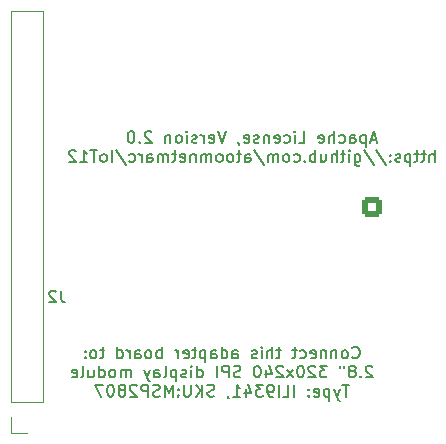
<source format=gbo>
G04 #@! TF.GenerationSoftware,KiCad,Pcbnew,7.0.2*
G04 #@! TF.CreationDate,2023-05-16T20:51:55+02:00*
G04 #@! TF.ProjectId,Display Adapter,44697370-6c61-4792-9041-646170746572,V1.0*
G04 #@! TF.SameCoordinates,Original*
G04 #@! TF.FileFunction,Legend,Bot*
G04 #@! TF.FilePolarity,Positive*
%FSLAX46Y46*%
G04 Gerber Fmt 4.6, Leading zero omitted, Abs format (unit mm)*
G04 Created by KiCad (PCBNEW 7.0.2) date 2023-05-16 20:51:55*
%MOMM*%
%LPD*%
G01*
G04 APERTURE LIST*
G04 Aperture macros list*
%AMRoundRect*
0 Rectangle with rounded corners*
0 $1 Rounding radius*
0 $2 $3 $4 $5 $6 $7 $8 $9 X,Y pos of 4 corners*
0 Add a 4 corners polygon primitive as box body*
4,1,4,$2,$3,$4,$5,$6,$7,$8,$9,$2,$3,0*
0 Add four circle primitives for the rounded corners*
1,1,$1+$1,$2,$3*
1,1,$1+$1,$4,$5*
1,1,$1+$1,$6,$7*
1,1,$1+$1,$8,$9*
0 Add four rect primitives between the rounded corners*
20,1,$1+$1,$2,$3,$4,$5,0*
20,1,$1+$1,$4,$5,$6,$7,0*
20,1,$1+$1,$6,$7,$8,$9,0*
20,1,$1+$1,$8,$9,$2,$3,0*%
G04 Aperture macros list end*
%ADD10C,0.150000*%
%ADD11C,0.120000*%
%ADD12RoundRect,0.250000X-0.600000X0.600000X-0.600000X-0.600000X0.600000X-0.600000X0.600000X0.600000X0*%
%ADD13C,1.700000*%
%ADD14R,1.700000X1.700000*%
%ADD15O,1.700000X1.700000*%
G04 APERTURE END LIST*
D10*
X159613811Y-114317380D02*
X159661430Y-114365000D01*
X159661430Y-114365000D02*
X159804287Y-114412619D01*
X159804287Y-114412619D02*
X159899525Y-114412619D01*
X159899525Y-114412619D02*
X160042382Y-114365000D01*
X160042382Y-114365000D02*
X160137620Y-114269761D01*
X160137620Y-114269761D02*
X160185239Y-114174523D01*
X160185239Y-114174523D02*
X160232858Y-113984047D01*
X160232858Y-113984047D02*
X160232858Y-113841190D01*
X160232858Y-113841190D02*
X160185239Y-113650714D01*
X160185239Y-113650714D02*
X160137620Y-113555476D01*
X160137620Y-113555476D02*
X160042382Y-113460238D01*
X160042382Y-113460238D02*
X159899525Y-113412619D01*
X159899525Y-113412619D02*
X159804287Y-113412619D01*
X159804287Y-113412619D02*
X159661430Y-113460238D01*
X159661430Y-113460238D02*
X159613811Y-113507857D01*
X159042382Y-114412619D02*
X159137620Y-114365000D01*
X159137620Y-114365000D02*
X159185239Y-114317380D01*
X159185239Y-114317380D02*
X159232858Y-114222142D01*
X159232858Y-114222142D02*
X159232858Y-113936428D01*
X159232858Y-113936428D02*
X159185239Y-113841190D01*
X159185239Y-113841190D02*
X159137620Y-113793571D01*
X159137620Y-113793571D02*
X159042382Y-113745952D01*
X159042382Y-113745952D02*
X158899525Y-113745952D01*
X158899525Y-113745952D02*
X158804287Y-113793571D01*
X158804287Y-113793571D02*
X158756668Y-113841190D01*
X158756668Y-113841190D02*
X158709049Y-113936428D01*
X158709049Y-113936428D02*
X158709049Y-114222142D01*
X158709049Y-114222142D02*
X158756668Y-114317380D01*
X158756668Y-114317380D02*
X158804287Y-114365000D01*
X158804287Y-114365000D02*
X158899525Y-114412619D01*
X158899525Y-114412619D02*
X159042382Y-114412619D01*
X158280477Y-113745952D02*
X158280477Y-114412619D01*
X158280477Y-113841190D02*
X158232858Y-113793571D01*
X158232858Y-113793571D02*
X158137620Y-113745952D01*
X158137620Y-113745952D02*
X157994763Y-113745952D01*
X157994763Y-113745952D02*
X157899525Y-113793571D01*
X157899525Y-113793571D02*
X157851906Y-113888809D01*
X157851906Y-113888809D02*
X157851906Y-114412619D01*
X157375715Y-113745952D02*
X157375715Y-114412619D01*
X157375715Y-113841190D02*
X157328096Y-113793571D01*
X157328096Y-113793571D02*
X157232858Y-113745952D01*
X157232858Y-113745952D02*
X157090001Y-113745952D01*
X157090001Y-113745952D02*
X156994763Y-113793571D01*
X156994763Y-113793571D02*
X156947144Y-113888809D01*
X156947144Y-113888809D02*
X156947144Y-114412619D01*
X156090001Y-114365000D02*
X156185239Y-114412619D01*
X156185239Y-114412619D02*
X156375715Y-114412619D01*
X156375715Y-114412619D02*
X156470953Y-114365000D01*
X156470953Y-114365000D02*
X156518572Y-114269761D01*
X156518572Y-114269761D02*
X156518572Y-113888809D01*
X156518572Y-113888809D02*
X156470953Y-113793571D01*
X156470953Y-113793571D02*
X156375715Y-113745952D01*
X156375715Y-113745952D02*
X156185239Y-113745952D01*
X156185239Y-113745952D02*
X156090001Y-113793571D01*
X156090001Y-113793571D02*
X156042382Y-113888809D01*
X156042382Y-113888809D02*
X156042382Y-113984047D01*
X156042382Y-113984047D02*
X156518572Y-114079285D01*
X155185239Y-114365000D02*
X155280477Y-114412619D01*
X155280477Y-114412619D02*
X155470953Y-114412619D01*
X155470953Y-114412619D02*
X155566191Y-114365000D01*
X155566191Y-114365000D02*
X155613810Y-114317380D01*
X155613810Y-114317380D02*
X155661429Y-114222142D01*
X155661429Y-114222142D02*
X155661429Y-113936428D01*
X155661429Y-113936428D02*
X155613810Y-113841190D01*
X155613810Y-113841190D02*
X155566191Y-113793571D01*
X155566191Y-113793571D02*
X155470953Y-113745952D01*
X155470953Y-113745952D02*
X155280477Y-113745952D01*
X155280477Y-113745952D02*
X155185239Y-113793571D01*
X154899524Y-113745952D02*
X154518572Y-113745952D01*
X154756667Y-113412619D02*
X154756667Y-114269761D01*
X154756667Y-114269761D02*
X154709048Y-114365000D01*
X154709048Y-114365000D02*
X154613810Y-114412619D01*
X154613810Y-114412619D02*
X154518572Y-114412619D01*
X153566190Y-113745952D02*
X153185238Y-113745952D01*
X153423333Y-113412619D02*
X153423333Y-114269761D01*
X153423333Y-114269761D02*
X153375714Y-114365000D01*
X153375714Y-114365000D02*
X153280476Y-114412619D01*
X153280476Y-114412619D02*
X153185238Y-114412619D01*
X152851904Y-114412619D02*
X152851904Y-113412619D01*
X152423333Y-114412619D02*
X152423333Y-113888809D01*
X152423333Y-113888809D02*
X152470952Y-113793571D01*
X152470952Y-113793571D02*
X152566190Y-113745952D01*
X152566190Y-113745952D02*
X152709047Y-113745952D01*
X152709047Y-113745952D02*
X152804285Y-113793571D01*
X152804285Y-113793571D02*
X152851904Y-113841190D01*
X151947142Y-114412619D02*
X151947142Y-113745952D01*
X151947142Y-113412619D02*
X151994761Y-113460238D01*
X151994761Y-113460238D02*
X151947142Y-113507857D01*
X151947142Y-113507857D02*
X151899523Y-113460238D01*
X151899523Y-113460238D02*
X151947142Y-113412619D01*
X151947142Y-113412619D02*
X151947142Y-113507857D01*
X151518571Y-114365000D02*
X151423333Y-114412619D01*
X151423333Y-114412619D02*
X151232857Y-114412619D01*
X151232857Y-114412619D02*
X151137619Y-114365000D01*
X151137619Y-114365000D02*
X151090000Y-114269761D01*
X151090000Y-114269761D02*
X151090000Y-114222142D01*
X151090000Y-114222142D02*
X151137619Y-114126904D01*
X151137619Y-114126904D02*
X151232857Y-114079285D01*
X151232857Y-114079285D02*
X151375714Y-114079285D01*
X151375714Y-114079285D02*
X151470952Y-114031666D01*
X151470952Y-114031666D02*
X151518571Y-113936428D01*
X151518571Y-113936428D02*
X151518571Y-113888809D01*
X151518571Y-113888809D02*
X151470952Y-113793571D01*
X151470952Y-113793571D02*
X151375714Y-113745952D01*
X151375714Y-113745952D02*
X151232857Y-113745952D01*
X151232857Y-113745952D02*
X151137619Y-113793571D01*
X149470952Y-114412619D02*
X149470952Y-113888809D01*
X149470952Y-113888809D02*
X149518571Y-113793571D01*
X149518571Y-113793571D02*
X149613809Y-113745952D01*
X149613809Y-113745952D02*
X149804285Y-113745952D01*
X149804285Y-113745952D02*
X149899523Y-113793571D01*
X149470952Y-114365000D02*
X149566190Y-114412619D01*
X149566190Y-114412619D02*
X149804285Y-114412619D01*
X149804285Y-114412619D02*
X149899523Y-114365000D01*
X149899523Y-114365000D02*
X149947142Y-114269761D01*
X149947142Y-114269761D02*
X149947142Y-114174523D01*
X149947142Y-114174523D02*
X149899523Y-114079285D01*
X149899523Y-114079285D02*
X149804285Y-114031666D01*
X149804285Y-114031666D02*
X149566190Y-114031666D01*
X149566190Y-114031666D02*
X149470952Y-113984047D01*
X148566190Y-114412619D02*
X148566190Y-113412619D01*
X148566190Y-114365000D02*
X148661428Y-114412619D01*
X148661428Y-114412619D02*
X148851904Y-114412619D01*
X148851904Y-114412619D02*
X148947142Y-114365000D01*
X148947142Y-114365000D02*
X148994761Y-114317380D01*
X148994761Y-114317380D02*
X149042380Y-114222142D01*
X149042380Y-114222142D02*
X149042380Y-113936428D01*
X149042380Y-113936428D02*
X148994761Y-113841190D01*
X148994761Y-113841190D02*
X148947142Y-113793571D01*
X148947142Y-113793571D02*
X148851904Y-113745952D01*
X148851904Y-113745952D02*
X148661428Y-113745952D01*
X148661428Y-113745952D02*
X148566190Y-113793571D01*
X147661428Y-114412619D02*
X147661428Y-113888809D01*
X147661428Y-113888809D02*
X147709047Y-113793571D01*
X147709047Y-113793571D02*
X147804285Y-113745952D01*
X147804285Y-113745952D02*
X147994761Y-113745952D01*
X147994761Y-113745952D02*
X148089999Y-113793571D01*
X147661428Y-114365000D02*
X147756666Y-114412619D01*
X147756666Y-114412619D02*
X147994761Y-114412619D01*
X147994761Y-114412619D02*
X148089999Y-114365000D01*
X148089999Y-114365000D02*
X148137618Y-114269761D01*
X148137618Y-114269761D02*
X148137618Y-114174523D01*
X148137618Y-114174523D02*
X148089999Y-114079285D01*
X148089999Y-114079285D02*
X147994761Y-114031666D01*
X147994761Y-114031666D02*
X147756666Y-114031666D01*
X147756666Y-114031666D02*
X147661428Y-113984047D01*
X147185237Y-113745952D02*
X147185237Y-114745952D01*
X147185237Y-113793571D02*
X147089999Y-113745952D01*
X147089999Y-113745952D02*
X146899523Y-113745952D01*
X146899523Y-113745952D02*
X146804285Y-113793571D01*
X146804285Y-113793571D02*
X146756666Y-113841190D01*
X146756666Y-113841190D02*
X146709047Y-113936428D01*
X146709047Y-113936428D02*
X146709047Y-114222142D01*
X146709047Y-114222142D02*
X146756666Y-114317380D01*
X146756666Y-114317380D02*
X146804285Y-114365000D01*
X146804285Y-114365000D02*
X146899523Y-114412619D01*
X146899523Y-114412619D02*
X147089999Y-114412619D01*
X147089999Y-114412619D02*
X147185237Y-114365000D01*
X146423332Y-113745952D02*
X146042380Y-113745952D01*
X146280475Y-113412619D02*
X146280475Y-114269761D01*
X146280475Y-114269761D02*
X146232856Y-114365000D01*
X146232856Y-114365000D02*
X146137618Y-114412619D01*
X146137618Y-114412619D02*
X146042380Y-114412619D01*
X145328094Y-114365000D02*
X145423332Y-114412619D01*
X145423332Y-114412619D02*
X145613808Y-114412619D01*
X145613808Y-114412619D02*
X145709046Y-114365000D01*
X145709046Y-114365000D02*
X145756665Y-114269761D01*
X145756665Y-114269761D02*
X145756665Y-113888809D01*
X145756665Y-113888809D02*
X145709046Y-113793571D01*
X145709046Y-113793571D02*
X145613808Y-113745952D01*
X145613808Y-113745952D02*
X145423332Y-113745952D01*
X145423332Y-113745952D02*
X145328094Y-113793571D01*
X145328094Y-113793571D02*
X145280475Y-113888809D01*
X145280475Y-113888809D02*
X145280475Y-113984047D01*
X145280475Y-113984047D02*
X145756665Y-114079285D01*
X144851903Y-114412619D02*
X144851903Y-113745952D01*
X144851903Y-113936428D02*
X144804284Y-113841190D01*
X144804284Y-113841190D02*
X144756665Y-113793571D01*
X144756665Y-113793571D02*
X144661427Y-113745952D01*
X144661427Y-113745952D02*
X144566189Y-113745952D01*
X143470950Y-114412619D02*
X143470950Y-113412619D01*
X143470950Y-113793571D02*
X143375712Y-113745952D01*
X143375712Y-113745952D02*
X143185236Y-113745952D01*
X143185236Y-113745952D02*
X143089998Y-113793571D01*
X143089998Y-113793571D02*
X143042379Y-113841190D01*
X143042379Y-113841190D02*
X142994760Y-113936428D01*
X142994760Y-113936428D02*
X142994760Y-114222142D01*
X142994760Y-114222142D02*
X143042379Y-114317380D01*
X143042379Y-114317380D02*
X143089998Y-114365000D01*
X143089998Y-114365000D02*
X143185236Y-114412619D01*
X143185236Y-114412619D02*
X143375712Y-114412619D01*
X143375712Y-114412619D02*
X143470950Y-114365000D01*
X142423331Y-114412619D02*
X142518569Y-114365000D01*
X142518569Y-114365000D02*
X142566188Y-114317380D01*
X142566188Y-114317380D02*
X142613807Y-114222142D01*
X142613807Y-114222142D02*
X142613807Y-113936428D01*
X142613807Y-113936428D02*
X142566188Y-113841190D01*
X142566188Y-113841190D02*
X142518569Y-113793571D01*
X142518569Y-113793571D02*
X142423331Y-113745952D01*
X142423331Y-113745952D02*
X142280474Y-113745952D01*
X142280474Y-113745952D02*
X142185236Y-113793571D01*
X142185236Y-113793571D02*
X142137617Y-113841190D01*
X142137617Y-113841190D02*
X142089998Y-113936428D01*
X142089998Y-113936428D02*
X142089998Y-114222142D01*
X142089998Y-114222142D02*
X142137617Y-114317380D01*
X142137617Y-114317380D02*
X142185236Y-114365000D01*
X142185236Y-114365000D02*
X142280474Y-114412619D01*
X142280474Y-114412619D02*
X142423331Y-114412619D01*
X141232855Y-114412619D02*
X141232855Y-113888809D01*
X141232855Y-113888809D02*
X141280474Y-113793571D01*
X141280474Y-113793571D02*
X141375712Y-113745952D01*
X141375712Y-113745952D02*
X141566188Y-113745952D01*
X141566188Y-113745952D02*
X141661426Y-113793571D01*
X141232855Y-114365000D02*
X141328093Y-114412619D01*
X141328093Y-114412619D02*
X141566188Y-114412619D01*
X141566188Y-114412619D02*
X141661426Y-114365000D01*
X141661426Y-114365000D02*
X141709045Y-114269761D01*
X141709045Y-114269761D02*
X141709045Y-114174523D01*
X141709045Y-114174523D02*
X141661426Y-114079285D01*
X141661426Y-114079285D02*
X141566188Y-114031666D01*
X141566188Y-114031666D02*
X141328093Y-114031666D01*
X141328093Y-114031666D02*
X141232855Y-113984047D01*
X140756664Y-114412619D02*
X140756664Y-113745952D01*
X140756664Y-113936428D02*
X140709045Y-113841190D01*
X140709045Y-113841190D02*
X140661426Y-113793571D01*
X140661426Y-113793571D02*
X140566188Y-113745952D01*
X140566188Y-113745952D02*
X140470950Y-113745952D01*
X139709045Y-114412619D02*
X139709045Y-113412619D01*
X139709045Y-114365000D02*
X139804283Y-114412619D01*
X139804283Y-114412619D02*
X139994759Y-114412619D01*
X139994759Y-114412619D02*
X140089997Y-114365000D01*
X140089997Y-114365000D02*
X140137616Y-114317380D01*
X140137616Y-114317380D02*
X140185235Y-114222142D01*
X140185235Y-114222142D02*
X140185235Y-113936428D01*
X140185235Y-113936428D02*
X140137616Y-113841190D01*
X140137616Y-113841190D02*
X140089997Y-113793571D01*
X140089997Y-113793571D02*
X139994759Y-113745952D01*
X139994759Y-113745952D02*
X139804283Y-113745952D01*
X139804283Y-113745952D02*
X139709045Y-113793571D01*
X138613806Y-113745952D02*
X138232854Y-113745952D01*
X138470949Y-113412619D02*
X138470949Y-114269761D01*
X138470949Y-114269761D02*
X138423330Y-114365000D01*
X138423330Y-114365000D02*
X138328092Y-114412619D01*
X138328092Y-114412619D02*
X138232854Y-114412619D01*
X137756663Y-114412619D02*
X137851901Y-114365000D01*
X137851901Y-114365000D02*
X137899520Y-114317380D01*
X137899520Y-114317380D02*
X137947139Y-114222142D01*
X137947139Y-114222142D02*
X137947139Y-113936428D01*
X137947139Y-113936428D02*
X137899520Y-113841190D01*
X137899520Y-113841190D02*
X137851901Y-113793571D01*
X137851901Y-113793571D02*
X137756663Y-113745952D01*
X137756663Y-113745952D02*
X137613806Y-113745952D01*
X137613806Y-113745952D02*
X137518568Y-113793571D01*
X137518568Y-113793571D02*
X137470949Y-113841190D01*
X137470949Y-113841190D02*
X137423330Y-113936428D01*
X137423330Y-113936428D02*
X137423330Y-114222142D01*
X137423330Y-114222142D02*
X137470949Y-114317380D01*
X137470949Y-114317380D02*
X137518568Y-114365000D01*
X137518568Y-114365000D02*
X137613806Y-114412619D01*
X137613806Y-114412619D02*
X137756663Y-114412619D01*
X136994758Y-114317380D02*
X136947139Y-114365000D01*
X136947139Y-114365000D02*
X136994758Y-114412619D01*
X136994758Y-114412619D02*
X137042377Y-114365000D01*
X137042377Y-114365000D02*
X136994758Y-114317380D01*
X136994758Y-114317380D02*
X136994758Y-114412619D01*
X136994758Y-113793571D02*
X136947139Y-113841190D01*
X136947139Y-113841190D02*
X136994758Y-113888809D01*
X136994758Y-113888809D02*
X137042377Y-113841190D01*
X137042377Y-113841190D02*
X136994758Y-113793571D01*
X136994758Y-113793571D02*
X136994758Y-113888809D01*
X161328095Y-115127857D02*
X161280476Y-115080238D01*
X161280476Y-115080238D02*
X161185238Y-115032619D01*
X161185238Y-115032619D02*
X160947143Y-115032619D01*
X160947143Y-115032619D02*
X160851905Y-115080238D01*
X160851905Y-115080238D02*
X160804286Y-115127857D01*
X160804286Y-115127857D02*
X160756667Y-115223095D01*
X160756667Y-115223095D02*
X160756667Y-115318333D01*
X160756667Y-115318333D02*
X160804286Y-115461190D01*
X160804286Y-115461190D02*
X161375714Y-116032619D01*
X161375714Y-116032619D02*
X160756667Y-116032619D01*
X160328095Y-115937380D02*
X160280476Y-115985000D01*
X160280476Y-115985000D02*
X160328095Y-116032619D01*
X160328095Y-116032619D02*
X160375714Y-115985000D01*
X160375714Y-115985000D02*
X160328095Y-115937380D01*
X160328095Y-115937380D02*
X160328095Y-116032619D01*
X159709048Y-115461190D02*
X159804286Y-115413571D01*
X159804286Y-115413571D02*
X159851905Y-115365952D01*
X159851905Y-115365952D02*
X159899524Y-115270714D01*
X159899524Y-115270714D02*
X159899524Y-115223095D01*
X159899524Y-115223095D02*
X159851905Y-115127857D01*
X159851905Y-115127857D02*
X159804286Y-115080238D01*
X159804286Y-115080238D02*
X159709048Y-115032619D01*
X159709048Y-115032619D02*
X159518572Y-115032619D01*
X159518572Y-115032619D02*
X159423334Y-115080238D01*
X159423334Y-115080238D02*
X159375715Y-115127857D01*
X159375715Y-115127857D02*
X159328096Y-115223095D01*
X159328096Y-115223095D02*
X159328096Y-115270714D01*
X159328096Y-115270714D02*
X159375715Y-115365952D01*
X159375715Y-115365952D02*
X159423334Y-115413571D01*
X159423334Y-115413571D02*
X159518572Y-115461190D01*
X159518572Y-115461190D02*
X159709048Y-115461190D01*
X159709048Y-115461190D02*
X159804286Y-115508809D01*
X159804286Y-115508809D02*
X159851905Y-115556428D01*
X159851905Y-115556428D02*
X159899524Y-115651666D01*
X159899524Y-115651666D02*
X159899524Y-115842142D01*
X159899524Y-115842142D02*
X159851905Y-115937380D01*
X159851905Y-115937380D02*
X159804286Y-115985000D01*
X159804286Y-115985000D02*
X159709048Y-116032619D01*
X159709048Y-116032619D02*
X159518572Y-116032619D01*
X159518572Y-116032619D02*
X159423334Y-115985000D01*
X159423334Y-115985000D02*
X159375715Y-115937380D01*
X159375715Y-115937380D02*
X159328096Y-115842142D01*
X159328096Y-115842142D02*
X159328096Y-115651666D01*
X159328096Y-115651666D02*
X159375715Y-115556428D01*
X159375715Y-115556428D02*
X159423334Y-115508809D01*
X159423334Y-115508809D02*
X159518572Y-115461190D01*
X158947143Y-115032619D02*
X158947143Y-115223095D01*
X158566191Y-115032619D02*
X158566191Y-115223095D01*
X157470952Y-115032619D02*
X156851905Y-115032619D01*
X156851905Y-115032619D02*
X157185238Y-115413571D01*
X157185238Y-115413571D02*
X157042381Y-115413571D01*
X157042381Y-115413571D02*
X156947143Y-115461190D01*
X156947143Y-115461190D02*
X156899524Y-115508809D01*
X156899524Y-115508809D02*
X156851905Y-115604047D01*
X156851905Y-115604047D02*
X156851905Y-115842142D01*
X156851905Y-115842142D02*
X156899524Y-115937380D01*
X156899524Y-115937380D02*
X156947143Y-115985000D01*
X156947143Y-115985000D02*
X157042381Y-116032619D01*
X157042381Y-116032619D02*
X157328095Y-116032619D01*
X157328095Y-116032619D02*
X157423333Y-115985000D01*
X157423333Y-115985000D02*
X157470952Y-115937380D01*
X156470952Y-115127857D02*
X156423333Y-115080238D01*
X156423333Y-115080238D02*
X156328095Y-115032619D01*
X156328095Y-115032619D02*
X156090000Y-115032619D01*
X156090000Y-115032619D02*
X155994762Y-115080238D01*
X155994762Y-115080238D02*
X155947143Y-115127857D01*
X155947143Y-115127857D02*
X155899524Y-115223095D01*
X155899524Y-115223095D02*
X155899524Y-115318333D01*
X155899524Y-115318333D02*
X155947143Y-115461190D01*
X155947143Y-115461190D02*
X156518571Y-116032619D01*
X156518571Y-116032619D02*
X155899524Y-116032619D01*
X155280476Y-115032619D02*
X155185238Y-115032619D01*
X155185238Y-115032619D02*
X155090000Y-115080238D01*
X155090000Y-115080238D02*
X155042381Y-115127857D01*
X155042381Y-115127857D02*
X154994762Y-115223095D01*
X154994762Y-115223095D02*
X154947143Y-115413571D01*
X154947143Y-115413571D02*
X154947143Y-115651666D01*
X154947143Y-115651666D02*
X154994762Y-115842142D01*
X154994762Y-115842142D02*
X155042381Y-115937380D01*
X155042381Y-115937380D02*
X155090000Y-115985000D01*
X155090000Y-115985000D02*
X155185238Y-116032619D01*
X155185238Y-116032619D02*
X155280476Y-116032619D01*
X155280476Y-116032619D02*
X155375714Y-115985000D01*
X155375714Y-115985000D02*
X155423333Y-115937380D01*
X155423333Y-115937380D02*
X155470952Y-115842142D01*
X155470952Y-115842142D02*
X155518571Y-115651666D01*
X155518571Y-115651666D02*
X155518571Y-115413571D01*
X155518571Y-115413571D02*
X155470952Y-115223095D01*
X155470952Y-115223095D02*
X155423333Y-115127857D01*
X155423333Y-115127857D02*
X155375714Y-115080238D01*
X155375714Y-115080238D02*
X155280476Y-115032619D01*
X154613809Y-116032619D02*
X154090000Y-115365952D01*
X154613809Y-115365952D02*
X154090000Y-116032619D01*
X153756666Y-115127857D02*
X153709047Y-115080238D01*
X153709047Y-115080238D02*
X153613809Y-115032619D01*
X153613809Y-115032619D02*
X153375714Y-115032619D01*
X153375714Y-115032619D02*
X153280476Y-115080238D01*
X153280476Y-115080238D02*
X153232857Y-115127857D01*
X153232857Y-115127857D02*
X153185238Y-115223095D01*
X153185238Y-115223095D02*
X153185238Y-115318333D01*
X153185238Y-115318333D02*
X153232857Y-115461190D01*
X153232857Y-115461190D02*
X153804285Y-116032619D01*
X153804285Y-116032619D02*
X153185238Y-116032619D01*
X152328095Y-115365952D02*
X152328095Y-116032619D01*
X152566190Y-114985000D02*
X152804285Y-115699285D01*
X152804285Y-115699285D02*
X152185238Y-115699285D01*
X151613809Y-115032619D02*
X151518571Y-115032619D01*
X151518571Y-115032619D02*
X151423333Y-115080238D01*
X151423333Y-115080238D02*
X151375714Y-115127857D01*
X151375714Y-115127857D02*
X151328095Y-115223095D01*
X151328095Y-115223095D02*
X151280476Y-115413571D01*
X151280476Y-115413571D02*
X151280476Y-115651666D01*
X151280476Y-115651666D02*
X151328095Y-115842142D01*
X151328095Y-115842142D02*
X151375714Y-115937380D01*
X151375714Y-115937380D02*
X151423333Y-115985000D01*
X151423333Y-115985000D02*
X151518571Y-116032619D01*
X151518571Y-116032619D02*
X151613809Y-116032619D01*
X151613809Y-116032619D02*
X151709047Y-115985000D01*
X151709047Y-115985000D02*
X151756666Y-115937380D01*
X151756666Y-115937380D02*
X151804285Y-115842142D01*
X151804285Y-115842142D02*
X151851904Y-115651666D01*
X151851904Y-115651666D02*
X151851904Y-115413571D01*
X151851904Y-115413571D02*
X151804285Y-115223095D01*
X151804285Y-115223095D02*
X151756666Y-115127857D01*
X151756666Y-115127857D02*
X151709047Y-115080238D01*
X151709047Y-115080238D02*
X151613809Y-115032619D01*
X150137618Y-115985000D02*
X149994761Y-116032619D01*
X149994761Y-116032619D02*
X149756666Y-116032619D01*
X149756666Y-116032619D02*
X149661428Y-115985000D01*
X149661428Y-115985000D02*
X149613809Y-115937380D01*
X149613809Y-115937380D02*
X149566190Y-115842142D01*
X149566190Y-115842142D02*
X149566190Y-115746904D01*
X149566190Y-115746904D02*
X149613809Y-115651666D01*
X149613809Y-115651666D02*
X149661428Y-115604047D01*
X149661428Y-115604047D02*
X149756666Y-115556428D01*
X149756666Y-115556428D02*
X149947142Y-115508809D01*
X149947142Y-115508809D02*
X150042380Y-115461190D01*
X150042380Y-115461190D02*
X150089999Y-115413571D01*
X150089999Y-115413571D02*
X150137618Y-115318333D01*
X150137618Y-115318333D02*
X150137618Y-115223095D01*
X150137618Y-115223095D02*
X150089999Y-115127857D01*
X150089999Y-115127857D02*
X150042380Y-115080238D01*
X150042380Y-115080238D02*
X149947142Y-115032619D01*
X149947142Y-115032619D02*
X149709047Y-115032619D01*
X149709047Y-115032619D02*
X149566190Y-115080238D01*
X149137618Y-116032619D02*
X149137618Y-115032619D01*
X149137618Y-115032619D02*
X148756666Y-115032619D01*
X148756666Y-115032619D02*
X148661428Y-115080238D01*
X148661428Y-115080238D02*
X148613809Y-115127857D01*
X148613809Y-115127857D02*
X148566190Y-115223095D01*
X148566190Y-115223095D02*
X148566190Y-115365952D01*
X148566190Y-115365952D02*
X148613809Y-115461190D01*
X148613809Y-115461190D02*
X148661428Y-115508809D01*
X148661428Y-115508809D02*
X148756666Y-115556428D01*
X148756666Y-115556428D02*
X149137618Y-115556428D01*
X148137618Y-116032619D02*
X148137618Y-115032619D01*
X146470952Y-116032619D02*
X146470952Y-115032619D01*
X146470952Y-115985000D02*
X146566190Y-116032619D01*
X146566190Y-116032619D02*
X146756666Y-116032619D01*
X146756666Y-116032619D02*
X146851904Y-115985000D01*
X146851904Y-115985000D02*
X146899523Y-115937380D01*
X146899523Y-115937380D02*
X146947142Y-115842142D01*
X146947142Y-115842142D02*
X146947142Y-115556428D01*
X146947142Y-115556428D02*
X146899523Y-115461190D01*
X146899523Y-115461190D02*
X146851904Y-115413571D01*
X146851904Y-115413571D02*
X146756666Y-115365952D01*
X146756666Y-115365952D02*
X146566190Y-115365952D01*
X146566190Y-115365952D02*
X146470952Y-115413571D01*
X145994761Y-116032619D02*
X145994761Y-115365952D01*
X145994761Y-115032619D02*
X146042380Y-115080238D01*
X146042380Y-115080238D02*
X145994761Y-115127857D01*
X145994761Y-115127857D02*
X145947142Y-115080238D01*
X145947142Y-115080238D02*
X145994761Y-115032619D01*
X145994761Y-115032619D02*
X145994761Y-115127857D01*
X145566190Y-115985000D02*
X145470952Y-116032619D01*
X145470952Y-116032619D02*
X145280476Y-116032619D01*
X145280476Y-116032619D02*
X145185238Y-115985000D01*
X145185238Y-115985000D02*
X145137619Y-115889761D01*
X145137619Y-115889761D02*
X145137619Y-115842142D01*
X145137619Y-115842142D02*
X145185238Y-115746904D01*
X145185238Y-115746904D02*
X145280476Y-115699285D01*
X145280476Y-115699285D02*
X145423333Y-115699285D01*
X145423333Y-115699285D02*
X145518571Y-115651666D01*
X145518571Y-115651666D02*
X145566190Y-115556428D01*
X145566190Y-115556428D02*
X145566190Y-115508809D01*
X145566190Y-115508809D02*
X145518571Y-115413571D01*
X145518571Y-115413571D02*
X145423333Y-115365952D01*
X145423333Y-115365952D02*
X145280476Y-115365952D01*
X145280476Y-115365952D02*
X145185238Y-115413571D01*
X144709047Y-115365952D02*
X144709047Y-116365952D01*
X144709047Y-115413571D02*
X144613809Y-115365952D01*
X144613809Y-115365952D02*
X144423333Y-115365952D01*
X144423333Y-115365952D02*
X144328095Y-115413571D01*
X144328095Y-115413571D02*
X144280476Y-115461190D01*
X144280476Y-115461190D02*
X144232857Y-115556428D01*
X144232857Y-115556428D02*
X144232857Y-115842142D01*
X144232857Y-115842142D02*
X144280476Y-115937380D01*
X144280476Y-115937380D02*
X144328095Y-115985000D01*
X144328095Y-115985000D02*
X144423333Y-116032619D01*
X144423333Y-116032619D02*
X144613809Y-116032619D01*
X144613809Y-116032619D02*
X144709047Y-115985000D01*
X143661428Y-116032619D02*
X143756666Y-115985000D01*
X143756666Y-115985000D02*
X143804285Y-115889761D01*
X143804285Y-115889761D02*
X143804285Y-115032619D01*
X142851904Y-116032619D02*
X142851904Y-115508809D01*
X142851904Y-115508809D02*
X142899523Y-115413571D01*
X142899523Y-115413571D02*
X142994761Y-115365952D01*
X142994761Y-115365952D02*
X143185237Y-115365952D01*
X143185237Y-115365952D02*
X143280475Y-115413571D01*
X142851904Y-115985000D02*
X142947142Y-116032619D01*
X142947142Y-116032619D02*
X143185237Y-116032619D01*
X143185237Y-116032619D02*
X143280475Y-115985000D01*
X143280475Y-115985000D02*
X143328094Y-115889761D01*
X143328094Y-115889761D02*
X143328094Y-115794523D01*
X143328094Y-115794523D02*
X143280475Y-115699285D01*
X143280475Y-115699285D02*
X143185237Y-115651666D01*
X143185237Y-115651666D02*
X142947142Y-115651666D01*
X142947142Y-115651666D02*
X142851904Y-115604047D01*
X142470951Y-115365952D02*
X142232856Y-116032619D01*
X141994761Y-115365952D02*
X142232856Y-116032619D01*
X142232856Y-116032619D02*
X142328094Y-116270714D01*
X142328094Y-116270714D02*
X142375713Y-116318333D01*
X142375713Y-116318333D02*
X142470951Y-116365952D01*
X140851903Y-116032619D02*
X140851903Y-115365952D01*
X140851903Y-115461190D02*
X140804284Y-115413571D01*
X140804284Y-115413571D02*
X140709046Y-115365952D01*
X140709046Y-115365952D02*
X140566189Y-115365952D01*
X140566189Y-115365952D02*
X140470951Y-115413571D01*
X140470951Y-115413571D02*
X140423332Y-115508809D01*
X140423332Y-115508809D02*
X140423332Y-116032619D01*
X140423332Y-115508809D02*
X140375713Y-115413571D01*
X140375713Y-115413571D02*
X140280475Y-115365952D01*
X140280475Y-115365952D02*
X140137618Y-115365952D01*
X140137618Y-115365952D02*
X140042379Y-115413571D01*
X140042379Y-115413571D02*
X139994760Y-115508809D01*
X139994760Y-115508809D02*
X139994760Y-116032619D01*
X139375713Y-116032619D02*
X139470951Y-115985000D01*
X139470951Y-115985000D02*
X139518570Y-115937380D01*
X139518570Y-115937380D02*
X139566189Y-115842142D01*
X139566189Y-115842142D02*
X139566189Y-115556428D01*
X139566189Y-115556428D02*
X139518570Y-115461190D01*
X139518570Y-115461190D02*
X139470951Y-115413571D01*
X139470951Y-115413571D02*
X139375713Y-115365952D01*
X139375713Y-115365952D02*
X139232856Y-115365952D01*
X139232856Y-115365952D02*
X139137618Y-115413571D01*
X139137618Y-115413571D02*
X139089999Y-115461190D01*
X139089999Y-115461190D02*
X139042380Y-115556428D01*
X139042380Y-115556428D02*
X139042380Y-115842142D01*
X139042380Y-115842142D02*
X139089999Y-115937380D01*
X139089999Y-115937380D02*
X139137618Y-115985000D01*
X139137618Y-115985000D02*
X139232856Y-116032619D01*
X139232856Y-116032619D02*
X139375713Y-116032619D01*
X138185237Y-116032619D02*
X138185237Y-115032619D01*
X138185237Y-115985000D02*
X138280475Y-116032619D01*
X138280475Y-116032619D02*
X138470951Y-116032619D01*
X138470951Y-116032619D02*
X138566189Y-115985000D01*
X138566189Y-115985000D02*
X138613808Y-115937380D01*
X138613808Y-115937380D02*
X138661427Y-115842142D01*
X138661427Y-115842142D02*
X138661427Y-115556428D01*
X138661427Y-115556428D02*
X138613808Y-115461190D01*
X138613808Y-115461190D02*
X138566189Y-115413571D01*
X138566189Y-115413571D02*
X138470951Y-115365952D01*
X138470951Y-115365952D02*
X138280475Y-115365952D01*
X138280475Y-115365952D02*
X138185237Y-115413571D01*
X137280475Y-115365952D02*
X137280475Y-116032619D01*
X137709046Y-115365952D02*
X137709046Y-115889761D01*
X137709046Y-115889761D02*
X137661427Y-115985000D01*
X137661427Y-115985000D02*
X137566189Y-116032619D01*
X137566189Y-116032619D02*
X137423332Y-116032619D01*
X137423332Y-116032619D02*
X137328094Y-115985000D01*
X137328094Y-115985000D02*
X137280475Y-115937380D01*
X136661427Y-116032619D02*
X136756665Y-115985000D01*
X136756665Y-115985000D02*
X136804284Y-115889761D01*
X136804284Y-115889761D02*
X136804284Y-115032619D01*
X135899522Y-115985000D02*
X135994760Y-116032619D01*
X135994760Y-116032619D02*
X136185236Y-116032619D01*
X136185236Y-116032619D02*
X136280474Y-115985000D01*
X136280474Y-115985000D02*
X136328093Y-115889761D01*
X136328093Y-115889761D02*
X136328093Y-115508809D01*
X136328093Y-115508809D02*
X136280474Y-115413571D01*
X136280474Y-115413571D02*
X136185236Y-115365952D01*
X136185236Y-115365952D02*
X135994760Y-115365952D01*
X135994760Y-115365952D02*
X135899522Y-115413571D01*
X135899522Y-115413571D02*
X135851903Y-115508809D01*
X135851903Y-115508809D02*
X135851903Y-115604047D01*
X135851903Y-115604047D02*
X136328093Y-115699285D01*
X159351903Y-116652619D02*
X158780475Y-116652619D01*
X159066189Y-117652619D02*
X159066189Y-116652619D01*
X158542379Y-116985952D02*
X158304284Y-117652619D01*
X158066189Y-116985952D02*
X158304284Y-117652619D01*
X158304284Y-117652619D02*
X158399522Y-117890714D01*
X158399522Y-117890714D02*
X158447141Y-117938333D01*
X158447141Y-117938333D02*
X158542379Y-117985952D01*
X157685236Y-116985952D02*
X157685236Y-117985952D01*
X157685236Y-117033571D02*
X157589998Y-116985952D01*
X157589998Y-116985952D02*
X157399522Y-116985952D01*
X157399522Y-116985952D02*
X157304284Y-117033571D01*
X157304284Y-117033571D02*
X157256665Y-117081190D01*
X157256665Y-117081190D02*
X157209046Y-117176428D01*
X157209046Y-117176428D02*
X157209046Y-117462142D01*
X157209046Y-117462142D02*
X157256665Y-117557380D01*
X157256665Y-117557380D02*
X157304284Y-117605000D01*
X157304284Y-117605000D02*
X157399522Y-117652619D01*
X157399522Y-117652619D02*
X157589998Y-117652619D01*
X157589998Y-117652619D02*
X157685236Y-117605000D01*
X156399522Y-117605000D02*
X156494760Y-117652619D01*
X156494760Y-117652619D02*
X156685236Y-117652619D01*
X156685236Y-117652619D02*
X156780474Y-117605000D01*
X156780474Y-117605000D02*
X156828093Y-117509761D01*
X156828093Y-117509761D02*
X156828093Y-117128809D01*
X156828093Y-117128809D02*
X156780474Y-117033571D01*
X156780474Y-117033571D02*
X156685236Y-116985952D01*
X156685236Y-116985952D02*
X156494760Y-116985952D01*
X156494760Y-116985952D02*
X156399522Y-117033571D01*
X156399522Y-117033571D02*
X156351903Y-117128809D01*
X156351903Y-117128809D02*
X156351903Y-117224047D01*
X156351903Y-117224047D02*
X156828093Y-117319285D01*
X155923331Y-117557380D02*
X155875712Y-117605000D01*
X155875712Y-117605000D02*
X155923331Y-117652619D01*
X155923331Y-117652619D02*
X155970950Y-117605000D01*
X155970950Y-117605000D02*
X155923331Y-117557380D01*
X155923331Y-117557380D02*
X155923331Y-117652619D01*
X155923331Y-117033571D02*
X155875712Y-117081190D01*
X155875712Y-117081190D02*
X155923331Y-117128809D01*
X155923331Y-117128809D02*
X155970950Y-117081190D01*
X155970950Y-117081190D02*
X155923331Y-117033571D01*
X155923331Y-117033571D02*
X155923331Y-117128809D01*
X154685236Y-117652619D02*
X154685236Y-116652619D01*
X153732856Y-117652619D02*
X154209046Y-117652619D01*
X154209046Y-117652619D02*
X154209046Y-116652619D01*
X153399522Y-117652619D02*
X153399522Y-116652619D01*
X152875713Y-117652619D02*
X152685237Y-117652619D01*
X152685237Y-117652619D02*
X152589999Y-117605000D01*
X152589999Y-117605000D02*
X152542380Y-117557380D01*
X152542380Y-117557380D02*
X152447142Y-117414523D01*
X152447142Y-117414523D02*
X152399523Y-117224047D01*
X152399523Y-117224047D02*
X152399523Y-116843095D01*
X152399523Y-116843095D02*
X152447142Y-116747857D01*
X152447142Y-116747857D02*
X152494761Y-116700238D01*
X152494761Y-116700238D02*
X152589999Y-116652619D01*
X152589999Y-116652619D02*
X152780475Y-116652619D01*
X152780475Y-116652619D02*
X152875713Y-116700238D01*
X152875713Y-116700238D02*
X152923332Y-116747857D01*
X152923332Y-116747857D02*
X152970951Y-116843095D01*
X152970951Y-116843095D02*
X152970951Y-117081190D01*
X152970951Y-117081190D02*
X152923332Y-117176428D01*
X152923332Y-117176428D02*
X152875713Y-117224047D01*
X152875713Y-117224047D02*
X152780475Y-117271666D01*
X152780475Y-117271666D02*
X152589999Y-117271666D01*
X152589999Y-117271666D02*
X152494761Y-117224047D01*
X152494761Y-117224047D02*
X152447142Y-117176428D01*
X152447142Y-117176428D02*
X152399523Y-117081190D01*
X152066189Y-116652619D02*
X151447142Y-116652619D01*
X151447142Y-116652619D02*
X151780475Y-117033571D01*
X151780475Y-117033571D02*
X151637618Y-117033571D01*
X151637618Y-117033571D02*
X151542380Y-117081190D01*
X151542380Y-117081190D02*
X151494761Y-117128809D01*
X151494761Y-117128809D02*
X151447142Y-117224047D01*
X151447142Y-117224047D02*
X151447142Y-117462142D01*
X151447142Y-117462142D02*
X151494761Y-117557380D01*
X151494761Y-117557380D02*
X151542380Y-117605000D01*
X151542380Y-117605000D02*
X151637618Y-117652619D01*
X151637618Y-117652619D02*
X151923332Y-117652619D01*
X151923332Y-117652619D02*
X152018570Y-117605000D01*
X152018570Y-117605000D02*
X152066189Y-117557380D01*
X150589999Y-116985952D02*
X150589999Y-117652619D01*
X150828094Y-116605000D02*
X151066189Y-117319285D01*
X151066189Y-117319285D02*
X150447142Y-117319285D01*
X149542380Y-117652619D02*
X150113808Y-117652619D01*
X149828094Y-117652619D02*
X149828094Y-116652619D01*
X149828094Y-116652619D02*
X149923332Y-116795476D01*
X149923332Y-116795476D02*
X150018570Y-116890714D01*
X150018570Y-116890714D02*
X150113808Y-116938333D01*
X149066189Y-117605000D02*
X149066189Y-117652619D01*
X149066189Y-117652619D02*
X149113808Y-117747857D01*
X149113808Y-117747857D02*
X149161427Y-117795476D01*
X147923332Y-117605000D02*
X147780475Y-117652619D01*
X147780475Y-117652619D02*
X147542380Y-117652619D01*
X147542380Y-117652619D02*
X147447142Y-117605000D01*
X147447142Y-117605000D02*
X147399523Y-117557380D01*
X147399523Y-117557380D02*
X147351904Y-117462142D01*
X147351904Y-117462142D02*
X147351904Y-117366904D01*
X147351904Y-117366904D02*
X147399523Y-117271666D01*
X147399523Y-117271666D02*
X147447142Y-117224047D01*
X147447142Y-117224047D02*
X147542380Y-117176428D01*
X147542380Y-117176428D02*
X147732856Y-117128809D01*
X147732856Y-117128809D02*
X147828094Y-117081190D01*
X147828094Y-117081190D02*
X147875713Y-117033571D01*
X147875713Y-117033571D02*
X147923332Y-116938333D01*
X147923332Y-116938333D02*
X147923332Y-116843095D01*
X147923332Y-116843095D02*
X147875713Y-116747857D01*
X147875713Y-116747857D02*
X147828094Y-116700238D01*
X147828094Y-116700238D02*
X147732856Y-116652619D01*
X147732856Y-116652619D02*
X147494761Y-116652619D01*
X147494761Y-116652619D02*
X147351904Y-116700238D01*
X146923332Y-117652619D02*
X146923332Y-116652619D01*
X146351904Y-117652619D02*
X146780475Y-117081190D01*
X146351904Y-116652619D02*
X146923332Y-117224047D01*
X145923332Y-116652619D02*
X145923332Y-117462142D01*
X145923332Y-117462142D02*
X145875713Y-117557380D01*
X145875713Y-117557380D02*
X145828094Y-117605000D01*
X145828094Y-117605000D02*
X145732856Y-117652619D01*
X145732856Y-117652619D02*
X145542380Y-117652619D01*
X145542380Y-117652619D02*
X145447142Y-117605000D01*
X145447142Y-117605000D02*
X145399523Y-117557380D01*
X145399523Y-117557380D02*
X145351904Y-117462142D01*
X145351904Y-117462142D02*
X145351904Y-116652619D01*
X144875713Y-117557380D02*
X144828094Y-117605000D01*
X144828094Y-117605000D02*
X144875713Y-117652619D01*
X144875713Y-117652619D02*
X144923332Y-117605000D01*
X144923332Y-117605000D02*
X144875713Y-117557380D01*
X144875713Y-117557380D02*
X144875713Y-117652619D01*
X144875713Y-117033571D02*
X144828094Y-117081190D01*
X144828094Y-117081190D02*
X144875713Y-117128809D01*
X144875713Y-117128809D02*
X144923332Y-117081190D01*
X144923332Y-117081190D02*
X144875713Y-117033571D01*
X144875713Y-117033571D02*
X144875713Y-117128809D01*
X144399523Y-117652619D02*
X144399523Y-116652619D01*
X144399523Y-116652619D02*
X144066190Y-117366904D01*
X144066190Y-117366904D02*
X143732857Y-116652619D01*
X143732857Y-116652619D02*
X143732857Y-117652619D01*
X143304285Y-117605000D02*
X143161428Y-117652619D01*
X143161428Y-117652619D02*
X142923333Y-117652619D01*
X142923333Y-117652619D02*
X142828095Y-117605000D01*
X142828095Y-117605000D02*
X142780476Y-117557380D01*
X142780476Y-117557380D02*
X142732857Y-117462142D01*
X142732857Y-117462142D02*
X142732857Y-117366904D01*
X142732857Y-117366904D02*
X142780476Y-117271666D01*
X142780476Y-117271666D02*
X142828095Y-117224047D01*
X142828095Y-117224047D02*
X142923333Y-117176428D01*
X142923333Y-117176428D02*
X143113809Y-117128809D01*
X143113809Y-117128809D02*
X143209047Y-117081190D01*
X143209047Y-117081190D02*
X143256666Y-117033571D01*
X143256666Y-117033571D02*
X143304285Y-116938333D01*
X143304285Y-116938333D02*
X143304285Y-116843095D01*
X143304285Y-116843095D02*
X143256666Y-116747857D01*
X143256666Y-116747857D02*
X143209047Y-116700238D01*
X143209047Y-116700238D02*
X143113809Y-116652619D01*
X143113809Y-116652619D02*
X142875714Y-116652619D01*
X142875714Y-116652619D02*
X142732857Y-116700238D01*
X142304285Y-117652619D02*
X142304285Y-116652619D01*
X142304285Y-116652619D02*
X141923333Y-116652619D01*
X141923333Y-116652619D02*
X141828095Y-116700238D01*
X141828095Y-116700238D02*
X141780476Y-116747857D01*
X141780476Y-116747857D02*
X141732857Y-116843095D01*
X141732857Y-116843095D02*
X141732857Y-116985952D01*
X141732857Y-116985952D02*
X141780476Y-117081190D01*
X141780476Y-117081190D02*
X141828095Y-117128809D01*
X141828095Y-117128809D02*
X141923333Y-117176428D01*
X141923333Y-117176428D02*
X142304285Y-117176428D01*
X141351904Y-116747857D02*
X141304285Y-116700238D01*
X141304285Y-116700238D02*
X141209047Y-116652619D01*
X141209047Y-116652619D02*
X140970952Y-116652619D01*
X140970952Y-116652619D02*
X140875714Y-116700238D01*
X140875714Y-116700238D02*
X140828095Y-116747857D01*
X140828095Y-116747857D02*
X140780476Y-116843095D01*
X140780476Y-116843095D02*
X140780476Y-116938333D01*
X140780476Y-116938333D02*
X140828095Y-117081190D01*
X140828095Y-117081190D02*
X141399523Y-117652619D01*
X141399523Y-117652619D02*
X140780476Y-117652619D01*
X140209047Y-117081190D02*
X140304285Y-117033571D01*
X140304285Y-117033571D02*
X140351904Y-116985952D01*
X140351904Y-116985952D02*
X140399523Y-116890714D01*
X140399523Y-116890714D02*
X140399523Y-116843095D01*
X140399523Y-116843095D02*
X140351904Y-116747857D01*
X140351904Y-116747857D02*
X140304285Y-116700238D01*
X140304285Y-116700238D02*
X140209047Y-116652619D01*
X140209047Y-116652619D02*
X140018571Y-116652619D01*
X140018571Y-116652619D02*
X139923333Y-116700238D01*
X139923333Y-116700238D02*
X139875714Y-116747857D01*
X139875714Y-116747857D02*
X139828095Y-116843095D01*
X139828095Y-116843095D02*
X139828095Y-116890714D01*
X139828095Y-116890714D02*
X139875714Y-116985952D01*
X139875714Y-116985952D02*
X139923333Y-117033571D01*
X139923333Y-117033571D02*
X140018571Y-117081190D01*
X140018571Y-117081190D02*
X140209047Y-117081190D01*
X140209047Y-117081190D02*
X140304285Y-117128809D01*
X140304285Y-117128809D02*
X140351904Y-117176428D01*
X140351904Y-117176428D02*
X140399523Y-117271666D01*
X140399523Y-117271666D02*
X140399523Y-117462142D01*
X140399523Y-117462142D02*
X140351904Y-117557380D01*
X140351904Y-117557380D02*
X140304285Y-117605000D01*
X140304285Y-117605000D02*
X140209047Y-117652619D01*
X140209047Y-117652619D02*
X140018571Y-117652619D01*
X140018571Y-117652619D02*
X139923333Y-117605000D01*
X139923333Y-117605000D02*
X139875714Y-117557380D01*
X139875714Y-117557380D02*
X139828095Y-117462142D01*
X139828095Y-117462142D02*
X139828095Y-117271666D01*
X139828095Y-117271666D02*
X139875714Y-117176428D01*
X139875714Y-117176428D02*
X139923333Y-117128809D01*
X139923333Y-117128809D02*
X140018571Y-117081190D01*
X139209047Y-116652619D02*
X139113809Y-116652619D01*
X139113809Y-116652619D02*
X139018571Y-116700238D01*
X139018571Y-116700238D02*
X138970952Y-116747857D01*
X138970952Y-116747857D02*
X138923333Y-116843095D01*
X138923333Y-116843095D02*
X138875714Y-117033571D01*
X138875714Y-117033571D02*
X138875714Y-117271666D01*
X138875714Y-117271666D02*
X138923333Y-117462142D01*
X138923333Y-117462142D02*
X138970952Y-117557380D01*
X138970952Y-117557380D02*
X139018571Y-117605000D01*
X139018571Y-117605000D02*
X139113809Y-117652619D01*
X139113809Y-117652619D02*
X139209047Y-117652619D01*
X139209047Y-117652619D02*
X139304285Y-117605000D01*
X139304285Y-117605000D02*
X139351904Y-117557380D01*
X139351904Y-117557380D02*
X139399523Y-117462142D01*
X139399523Y-117462142D02*
X139447142Y-117271666D01*
X139447142Y-117271666D02*
X139447142Y-117033571D01*
X139447142Y-117033571D02*
X139399523Y-116843095D01*
X139399523Y-116843095D02*
X139351904Y-116747857D01*
X139351904Y-116747857D02*
X139304285Y-116700238D01*
X139304285Y-116700238D02*
X139209047Y-116652619D01*
X138542380Y-116652619D02*
X137875714Y-116652619D01*
X137875714Y-116652619D02*
X138304285Y-117652619D01*
X161653809Y-95886904D02*
X161177619Y-95886904D01*
X161749047Y-96172619D02*
X161415714Y-95172619D01*
X161415714Y-95172619D02*
X161082381Y-96172619D01*
X160749047Y-95505952D02*
X160749047Y-96505952D01*
X160749047Y-95553571D02*
X160653809Y-95505952D01*
X160653809Y-95505952D02*
X160463333Y-95505952D01*
X160463333Y-95505952D02*
X160368095Y-95553571D01*
X160368095Y-95553571D02*
X160320476Y-95601190D01*
X160320476Y-95601190D02*
X160272857Y-95696428D01*
X160272857Y-95696428D02*
X160272857Y-95982142D01*
X160272857Y-95982142D02*
X160320476Y-96077380D01*
X160320476Y-96077380D02*
X160368095Y-96125000D01*
X160368095Y-96125000D02*
X160463333Y-96172619D01*
X160463333Y-96172619D02*
X160653809Y-96172619D01*
X160653809Y-96172619D02*
X160749047Y-96125000D01*
X159415714Y-96172619D02*
X159415714Y-95648809D01*
X159415714Y-95648809D02*
X159463333Y-95553571D01*
X159463333Y-95553571D02*
X159558571Y-95505952D01*
X159558571Y-95505952D02*
X159749047Y-95505952D01*
X159749047Y-95505952D02*
X159844285Y-95553571D01*
X159415714Y-96125000D02*
X159510952Y-96172619D01*
X159510952Y-96172619D02*
X159749047Y-96172619D01*
X159749047Y-96172619D02*
X159844285Y-96125000D01*
X159844285Y-96125000D02*
X159891904Y-96029761D01*
X159891904Y-96029761D02*
X159891904Y-95934523D01*
X159891904Y-95934523D02*
X159844285Y-95839285D01*
X159844285Y-95839285D02*
X159749047Y-95791666D01*
X159749047Y-95791666D02*
X159510952Y-95791666D01*
X159510952Y-95791666D02*
X159415714Y-95744047D01*
X158510952Y-96125000D02*
X158606190Y-96172619D01*
X158606190Y-96172619D02*
X158796666Y-96172619D01*
X158796666Y-96172619D02*
X158891904Y-96125000D01*
X158891904Y-96125000D02*
X158939523Y-96077380D01*
X158939523Y-96077380D02*
X158987142Y-95982142D01*
X158987142Y-95982142D02*
X158987142Y-95696428D01*
X158987142Y-95696428D02*
X158939523Y-95601190D01*
X158939523Y-95601190D02*
X158891904Y-95553571D01*
X158891904Y-95553571D02*
X158796666Y-95505952D01*
X158796666Y-95505952D02*
X158606190Y-95505952D01*
X158606190Y-95505952D02*
X158510952Y-95553571D01*
X158082380Y-96172619D02*
X158082380Y-95172619D01*
X157653809Y-96172619D02*
X157653809Y-95648809D01*
X157653809Y-95648809D02*
X157701428Y-95553571D01*
X157701428Y-95553571D02*
X157796666Y-95505952D01*
X157796666Y-95505952D02*
X157939523Y-95505952D01*
X157939523Y-95505952D02*
X158034761Y-95553571D01*
X158034761Y-95553571D02*
X158082380Y-95601190D01*
X156796666Y-96125000D02*
X156891904Y-96172619D01*
X156891904Y-96172619D02*
X157082380Y-96172619D01*
X157082380Y-96172619D02*
X157177618Y-96125000D01*
X157177618Y-96125000D02*
X157225237Y-96029761D01*
X157225237Y-96029761D02*
X157225237Y-95648809D01*
X157225237Y-95648809D02*
X157177618Y-95553571D01*
X157177618Y-95553571D02*
X157082380Y-95505952D01*
X157082380Y-95505952D02*
X156891904Y-95505952D01*
X156891904Y-95505952D02*
X156796666Y-95553571D01*
X156796666Y-95553571D02*
X156749047Y-95648809D01*
X156749047Y-95648809D02*
X156749047Y-95744047D01*
X156749047Y-95744047D02*
X157225237Y-95839285D01*
X155082380Y-96172619D02*
X155558570Y-96172619D01*
X155558570Y-96172619D02*
X155558570Y-95172619D01*
X154749046Y-96172619D02*
X154749046Y-95505952D01*
X154749046Y-95172619D02*
X154796665Y-95220238D01*
X154796665Y-95220238D02*
X154749046Y-95267857D01*
X154749046Y-95267857D02*
X154701427Y-95220238D01*
X154701427Y-95220238D02*
X154749046Y-95172619D01*
X154749046Y-95172619D02*
X154749046Y-95267857D01*
X153844285Y-96125000D02*
X153939523Y-96172619D01*
X153939523Y-96172619D02*
X154129999Y-96172619D01*
X154129999Y-96172619D02*
X154225237Y-96125000D01*
X154225237Y-96125000D02*
X154272856Y-96077380D01*
X154272856Y-96077380D02*
X154320475Y-95982142D01*
X154320475Y-95982142D02*
X154320475Y-95696428D01*
X154320475Y-95696428D02*
X154272856Y-95601190D01*
X154272856Y-95601190D02*
X154225237Y-95553571D01*
X154225237Y-95553571D02*
X154129999Y-95505952D01*
X154129999Y-95505952D02*
X153939523Y-95505952D01*
X153939523Y-95505952D02*
X153844285Y-95553571D01*
X153034761Y-96125000D02*
X153129999Y-96172619D01*
X153129999Y-96172619D02*
X153320475Y-96172619D01*
X153320475Y-96172619D02*
X153415713Y-96125000D01*
X153415713Y-96125000D02*
X153463332Y-96029761D01*
X153463332Y-96029761D02*
X153463332Y-95648809D01*
X153463332Y-95648809D02*
X153415713Y-95553571D01*
X153415713Y-95553571D02*
X153320475Y-95505952D01*
X153320475Y-95505952D02*
X153129999Y-95505952D01*
X153129999Y-95505952D02*
X153034761Y-95553571D01*
X153034761Y-95553571D02*
X152987142Y-95648809D01*
X152987142Y-95648809D02*
X152987142Y-95744047D01*
X152987142Y-95744047D02*
X153463332Y-95839285D01*
X152558570Y-95505952D02*
X152558570Y-96172619D01*
X152558570Y-95601190D02*
X152510951Y-95553571D01*
X152510951Y-95553571D02*
X152415713Y-95505952D01*
X152415713Y-95505952D02*
X152272856Y-95505952D01*
X152272856Y-95505952D02*
X152177618Y-95553571D01*
X152177618Y-95553571D02*
X152129999Y-95648809D01*
X152129999Y-95648809D02*
X152129999Y-96172619D01*
X151701427Y-96125000D02*
X151606189Y-96172619D01*
X151606189Y-96172619D02*
X151415713Y-96172619D01*
X151415713Y-96172619D02*
X151320475Y-96125000D01*
X151320475Y-96125000D02*
X151272856Y-96029761D01*
X151272856Y-96029761D02*
X151272856Y-95982142D01*
X151272856Y-95982142D02*
X151320475Y-95886904D01*
X151320475Y-95886904D02*
X151415713Y-95839285D01*
X151415713Y-95839285D02*
X151558570Y-95839285D01*
X151558570Y-95839285D02*
X151653808Y-95791666D01*
X151653808Y-95791666D02*
X151701427Y-95696428D01*
X151701427Y-95696428D02*
X151701427Y-95648809D01*
X151701427Y-95648809D02*
X151653808Y-95553571D01*
X151653808Y-95553571D02*
X151558570Y-95505952D01*
X151558570Y-95505952D02*
X151415713Y-95505952D01*
X151415713Y-95505952D02*
X151320475Y-95553571D01*
X150463332Y-96125000D02*
X150558570Y-96172619D01*
X150558570Y-96172619D02*
X150749046Y-96172619D01*
X150749046Y-96172619D02*
X150844284Y-96125000D01*
X150844284Y-96125000D02*
X150891903Y-96029761D01*
X150891903Y-96029761D02*
X150891903Y-95648809D01*
X150891903Y-95648809D02*
X150844284Y-95553571D01*
X150844284Y-95553571D02*
X150749046Y-95505952D01*
X150749046Y-95505952D02*
X150558570Y-95505952D01*
X150558570Y-95505952D02*
X150463332Y-95553571D01*
X150463332Y-95553571D02*
X150415713Y-95648809D01*
X150415713Y-95648809D02*
X150415713Y-95744047D01*
X150415713Y-95744047D02*
X150891903Y-95839285D01*
X149939522Y-96125000D02*
X149939522Y-96172619D01*
X149939522Y-96172619D02*
X149987141Y-96267857D01*
X149987141Y-96267857D02*
X150034760Y-96315476D01*
X148891903Y-95172619D02*
X148558570Y-96172619D01*
X148558570Y-96172619D02*
X148225237Y-95172619D01*
X147510951Y-96125000D02*
X147606189Y-96172619D01*
X147606189Y-96172619D02*
X147796665Y-96172619D01*
X147796665Y-96172619D02*
X147891903Y-96125000D01*
X147891903Y-96125000D02*
X147939522Y-96029761D01*
X147939522Y-96029761D02*
X147939522Y-95648809D01*
X147939522Y-95648809D02*
X147891903Y-95553571D01*
X147891903Y-95553571D02*
X147796665Y-95505952D01*
X147796665Y-95505952D02*
X147606189Y-95505952D01*
X147606189Y-95505952D02*
X147510951Y-95553571D01*
X147510951Y-95553571D02*
X147463332Y-95648809D01*
X147463332Y-95648809D02*
X147463332Y-95744047D01*
X147463332Y-95744047D02*
X147939522Y-95839285D01*
X147034760Y-96172619D02*
X147034760Y-95505952D01*
X147034760Y-95696428D02*
X146987141Y-95601190D01*
X146987141Y-95601190D02*
X146939522Y-95553571D01*
X146939522Y-95553571D02*
X146844284Y-95505952D01*
X146844284Y-95505952D02*
X146749046Y-95505952D01*
X146463331Y-96125000D02*
X146368093Y-96172619D01*
X146368093Y-96172619D02*
X146177617Y-96172619D01*
X146177617Y-96172619D02*
X146082379Y-96125000D01*
X146082379Y-96125000D02*
X146034760Y-96029761D01*
X146034760Y-96029761D02*
X146034760Y-95982142D01*
X146034760Y-95982142D02*
X146082379Y-95886904D01*
X146082379Y-95886904D02*
X146177617Y-95839285D01*
X146177617Y-95839285D02*
X146320474Y-95839285D01*
X146320474Y-95839285D02*
X146415712Y-95791666D01*
X146415712Y-95791666D02*
X146463331Y-95696428D01*
X146463331Y-95696428D02*
X146463331Y-95648809D01*
X146463331Y-95648809D02*
X146415712Y-95553571D01*
X146415712Y-95553571D02*
X146320474Y-95505952D01*
X146320474Y-95505952D02*
X146177617Y-95505952D01*
X146177617Y-95505952D02*
X146082379Y-95553571D01*
X145606188Y-96172619D02*
X145606188Y-95505952D01*
X145606188Y-95172619D02*
X145653807Y-95220238D01*
X145653807Y-95220238D02*
X145606188Y-95267857D01*
X145606188Y-95267857D02*
X145558569Y-95220238D01*
X145558569Y-95220238D02*
X145606188Y-95172619D01*
X145606188Y-95172619D02*
X145606188Y-95267857D01*
X144987141Y-96172619D02*
X145082379Y-96125000D01*
X145082379Y-96125000D02*
X145129998Y-96077380D01*
X145129998Y-96077380D02*
X145177617Y-95982142D01*
X145177617Y-95982142D02*
X145177617Y-95696428D01*
X145177617Y-95696428D02*
X145129998Y-95601190D01*
X145129998Y-95601190D02*
X145082379Y-95553571D01*
X145082379Y-95553571D02*
X144987141Y-95505952D01*
X144987141Y-95505952D02*
X144844284Y-95505952D01*
X144844284Y-95505952D02*
X144749046Y-95553571D01*
X144749046Y-95553571D02*
X144701427Y-95601190D01*
X144701427Y-95601190D02*
X144653808Y-95696428D01*
X144653808Y-95696428D02*
X144653808Y-95982142D01*
X144653808Y-95982142D02*
X144701427Y-96077380D01*
X144701427Y-96077380D02*
X144749046Y-96125000D01*
X144749046Y-96125000D02*
X144844284Y-96172619D01*
X144844284Y-96172619D02*
X144987141Y-96172619D01*
X144225236Y-95505952D02*
X144225236Y-96172619D01*
X144225236Y-95601190D02*
X144177617Y-95553571D01*
X144177617Y-95553571D02*
X144082379Y-95505952D01*
X144082379Y-95505952D02*
X143939522Y-95505952D01*
X143939522Y-95505952D02*
X143844284Y-95553571D01*
X143844284Y-95553571D02*
X143796665Y-95648809D01*
X143796665Y-95648809D02*
X143796665Y-96172619D01*
X142606188Y-95267857D02*
X142558569Y-95220238D01*
X142558569Y-95220238D02*
X142463331Y-95172619D01*
X142463331Y-95172619D02*
X142225236Y-95172619D01*
X142225236Y-95172619D02*
X142129998Y-95220238D01*
X142129998Y-95220238D02*
X142082379Y-95267857D01*
X142082379Y-95267857D02*
X142034760Y-95363095D01*
X142034760Y-95363095D02*
X142034760Y-95458333D01*
X142034760Y-95458333D02*
X142082379Y-95601190D01*
X142082379Y-95601190D02*
X142653807Y-96172619D01*
X142653807Y-96172619D02*
X142034760Y-96172619D01*
X141606188Y-96077380D02*
X141558569Y-96125000D01*
X141558569Y-96125000D02*
X141606188Y-96172619D01*
X141606188Y-96172619D02*
X141653807Y-96125000D01*
X141653807Y-96125000D02*
X141606188Y-96077380D01*
X141606188Y-96077380D02*
X141606188Y-96172619D01*
X140939522Y-95172619D02*
X140844284Y-95172619D01*
X140844284Y-95172619D02*
X140749046Y-95220238D01*
X140749046Y-95220238D02*
X140701427Y-95267857D01*
X140701427Y-95267857D02*
X140653808Y-95363095D01*
X140653808Y-95363095D02*
X140606189Y-95553571D01*
X140606189Y-95553571D02*
X140606189Y-95791666D01*
X140606189Y-95791666D02*
X140653808Y-95982142D01*
X140653808Y-95982142D02*
X140701427Y-96077380D01*
X140701427Y-96077380D02*
X140749046Y-96125000D01*
X140749046Y-96125000D02*
X140844284Y-96172619D01*
X140844284Y-96172619D02*
X140939522Y-96172619D01*
X140939522Y-96172619D02*
X141034760Y-96125000D01*
X141034760Y-96125000D02*
X141082379Y-96077380D01*
X141082379Y-96077380D02*
X141129998Y-95982142D01*
X141129998Y-95982142D02*
X141177617Y-95791666D01*
X141177617Y-95791666D02*
X141177617Y-95553571D01*
X141177617Y-95553571D02*
X141129998Y-95363095D01*
X141129998Y-95363095D02*
X141082379Y-95267857D01*
X141082379Y-95267857D02*
X141034760Y-95220238D01*
X141034760Y-95220238D02*
X140939522Y-95172619D01*
X166582381Y-97792619D02*
X166582381Y-96792619D01*
X166153810Y-97792619D02*
X166153810Y-97268809D01*
X166153810Y-97268809D02*
X166201429Y-97173571D01*
X166201429Y-97173571D02*
X166296667Y-97125952D01*
X166296667Y-97125952D02*
X166439524Y-97125952D01*
X166439524Y-97125952D02*
X166534762Y-97173571D01*
X166534762Y-97173571D02*
X166582381Y-97221190D01*
X165820476Y-97125952D02*
X165439524Y-97125952D01*
X165677619Y-96792619D02*
X165677619Y-97649761D01*
X165677619Y-97649761D02*
X165630000Y-97745000D01*
X165630000Y-97745000D02*
X165534762Y-97792619D01*
X165534762Y-97792619D02*
X165439524Y-97792619D01*
X165249047Y-97125952D02*
X164868095Y-97125952D01*
X165106190Y-96792619D02*
X165106190Y-97649761D01*
X165106190Y-97649761D02*
X165058571Y-97745000D01*
X165058571Y-97745000D02*
X164963333Y-97792619D01*
X164963333Y-97792619D02*
X164868095Y-97792619D01*
X164534761Y-97125952D02*
X164534761Y-98125952D01*
X164534761Y-97173571D02*
X164439523Y-97125952D01*
X164439523Y-97125952D02*
X164249047Y-97125952D01*
X164249047Y-97125952D02*
X164153809Y-97173571D01*
X164153809Y-97173571D02*
X164106190Y-97221190D01*
X164106190Y-97221190D02*
X164058571Y-97316428D01*
X164058571Y-97316428D02*
X164058571Y-97602142D01*
X164058571Y-97602142D02*
X164106190Y-97697380D01*
X164106190Y-97697380D02*
X164153809Y-97745000D01*
X164153809Y-97745000D02*
X164249047Y-97792619D01*
X164249047Y-97792619D02*
X164439523Y-97792619D01*
X164439523Y-97792619D02*
X164534761Y-97745000D01*
X163677618Y-97745000D02*
X163582380Y-97792619D01*
X163582380Y-97792619D02*
X163391904Y-97792619D01*
X163391904Y-97792619D02*
X163296666Y-97745000D01*
X163296666Y-97745000D02*
X163249047Y-97649761D01*
X163249047Y-97649761D02*
X163249047Y-97602142D01*
X163249047Y-97602142D02*
X163296666Y-97506904D01*
X163296666Y-97506904D02*
X163391904Y-97459285D01*
X163391904Y-97459285D02*
X163534761Y-97459285D01*
X163534761Y-97459285D02*
X163629999Y-97411666D01*
X163629999Y-97411666D02*
X163677618Y-97316428D01*
X163677618Y-97316428D02*
X163677618Y-97268809D01*
X163677618Y-97268809D02*
X163629999Y-97173571D01*
X163629999Y-97173571D02*
X163534761Y-97125952D01*
X163534761Y-97125952D02*
X163391904Y-97125952D01*
X163391904Y-97125952D02*
X163296666Y-97173571D01*
X162820475Y-97697380D02*
X162772856Y-97745000D01*
X162772856Y-97745000D02*
X162820475Y-97792619D01*
X162820475Y-97792619D02*
X162868094Y-97745000D01*
X162868094Y-97745000D02*
X162820475Y-97697380D01*
X162820475Y-97697380D02*
X162820475Y-97792619D01*
X162820475Y-97173571D02*
X162772856Y-97221190D01*
X162772856Y-97221190D02*
X162820475Y-97268809D01*
X162820475Y-97268809D02*
X162868094Y-97221190D01*
X162868094Y-97221190D02*
X162820475Y-97173571D01*
X162820475Y-97173571D02*
X162820475Y-97268809D01*
X161630000Y-96745000D02*
X162487142Y-98030714D01*
X160582381Y-96745000D02*
X161439523Y-98030714D01*
X159820476Y-97125952D02*
X159820476Y-97935476D01*
X159820476Y-97935476D02*
X159868095Y-98030714D01*
X159868095Y-98030714D02*
X159915714Y-98078333D01*
X159915714Y-98078333D02*
X160010952Y-98125952D01*
X160010952Y-98125952D02*
X160153809Y-98125952D01*
X160153809Y-98125952D02*
X160249047Y-98078333D01*
X159820476Y-97745000D02*
X159915714Y-97792619D01*
X159915714Y-97792619D02*
X160106190Y-97792619D01*
X160106190Y-97792619D02*
X160201428Y-97745000D01*
X160201428Y-97745000D02*
X160249047Y-97697380D01*
X160249047Y-97697380D02*
X160296666Y-97602142D01*
X160296666Y-97602142D02*
X160296666Y-97316428D01*
X160296666Y-97316428D02*
X160249047Y-97221190D01*
X160249047Y-97221190D02*
X160201428Y-97173571D01*
X160201428Y-97173571D02*
X160106190Y-97125952D01*
X160106190Y-97125952D02*
X159915714Y-97125952D01*
X159915714Y-97125952D02*
X159820476Y-97173571D01*
X159344285Y-97792619D02*
X159344285Y-97125952D01*
X159344285Y-96792619D02*
X159391904Y-96840238D01*
X159391904Y-96840238D02*
X159344285Y-96887857D01*
X159344285Y-96887857D02*
X159296666Y-96840238D01*
X159296666Y-96840238D02*
X159344285Y-96792619D01*
X159344285Y-96792619D02*
X159344285Y-96887857D01*
X159010952Y-97125952D02*
X158630000Y-97125952D01*
X158868095Y-96792619D02*
X158868095Y-97649761D01*
X158868095Y-97649761D02*
X158820476Y-97745000D01*
X158820476Y-97745000D02*
X158725238Y-97792619D01*
X158725238Y-97792619D02*
X158630000Y-97792619D01*
X158296666Y-97792619D02*
X158296666Y-96792619D01*
X157868095Y-97792619D02*
X157868095Y-97268809D01*
X157868095Y-97268809D02*
X157915714Y-97173571D01*
X157915714Y-97173571D02*
X158010952Y-97125952D01*
X158010952Y-97125952D02*
X158153809Y-97125952D01*
X158153809Y-97125952D02*
X158249047Y-97173571D01*
X158249047Y-97173571D02*
X158296666Y-97221190D01*
X156963333Y-97125952D02*
X156963333Y-97792619D01*
X157391904Y-97125952D02*
X157391904Y-97649761D01*
X157391904Y-97649761D02*
X157344285Y-97745000D01*
X157344285Y-97745000D02*
X157249047Y-97792619D01*
X157249047Y-97792619D02*
X157106190Y-97792619D01*
X157106190Y-97792619D02*
X157010952Y-97745000D01*
X157010952Y-97745000D02*
X156963333Y-97697380D01*
X156487142Y-97792619D02*
X156487142Y-96792619D01*
X156487142Y-97173571D02*
X156391904Y-97125952D01*
X156391904Y-97125952D02*
X156201428Y-97125952D01*
X156201428Y-97125952D02*
X156106190Y-97173571D01*
X156106190Y-97173571D02*
X156058571Y-97221190D01*
X156058571Y-97221190D02*
X156010952Y-97316428D01*
X156010952Y-97316428D02*
X156010952Y-97602142D01*
X156010952Y-97602142D02*
X156058571Y-97697380D01*
X156058571Y-97697380D02*
X156106190Y-97745000D01*
X156106190Y-97745000D02*
X156201428Y-97792619D01*
X156201428Y-97792619D02*
X156391904Y-97792619D01*
X156391904Y-97792619D02*
X156487142Y-97745000D01*
X155582380Y-97697380D02*
X155534761Y-97745000D01*
X155534761Y-97745000D02*
X155582380Y-97792619D01*
X155582380Y-97792619D02*
X155629999Y-97745000D01*
X155629999Y-97745000D02*
X155582380Y-97697380D01*
X155582380Y-97697380D02*
X155582380Y-97792619D01*
X154677619Y-97745000D02*
X154772857Y-97792619D01*
X154772857Y-97792619D02*
X154963333Y-97792619D01*
X154963333Y-97792619D02*
X155058571Y-97745000D01*
X155058571Y-97745000D02*
X155106190Y-97697380D01*
X155106190Y-97697380D02*
X155153809Y-97602142D01*
X155153809Y-97602142D02*
X155153809Y-97316428D01*
X155153809Y-97316428D02*
X155106190Y-97221190D01*
X155106190Y-97221190D02*
X155058571Y-97173571D01*
X155058571Y-97173571D02*
X154963333Y-97125952D01*
X154963333Y-97125952D02*
X154772857Y-97125952D01*
X154772857Y-97125952D02*
X154677619Y-97173571D01*
X154106190Y-97792619D02*
X154201428Y-97745000D01*
X154201428Y-97745000D02*
X154249047Y-97697380D01*
X154249047Y-97697380D02*
X154296666Y-97602142D01*
X154296666Y-97602142D02*
X154296666Y-97316428D01*
X154296666Y-97316428D02*
X154249047Y-97221190D01*
X154249047Y-97221190D02*
X154201428Y-97173571D01*
X154201428Y-97173571D02*
X154106190Y-97125952D01*
X154106190Y-97125952D02*
X153963333Y-97125952D01*
X153963333Y-97125952D02*
X153868095Y-97173571D01*
X153868095Y-97173571D02*
X153820476Y-97221190D01*
X153820476Y-97221190D02*
X153772857Y-97316428D01*
X153772857Y-97316428D02*
X153772857Y-97602142D01*
X153772857Y-97602142D02*
X153820476Y-97697380D01*
X153820476Y-97697380D02*
X153868095Y-97745000D01*
X153868095Y-97745000D02*
X153963333Y-97792619D01*
X153963333Y-97792619D02*
X154106190Y-97792619D01*
X153344285Y-97792619D02*
X153344285Y-97125952D01*
X153344285Y-97221190D02*
X153296666Y-97173571D01*
X153296666Y-97173571D02*
X153201428Y-97125952D01*
X153201428Y-97125952D02*
X153058571Y-97125952D01*
X153058571Y-97125952D02*
X152963333Y-97173571D01*
X152963333Y-97173571D02*
X152915714Y-97268809D01*
X152915714Y-97268809D02*
X152915714Y-97792619D01*
X152915714Y-97268809D02*
X152868095Y-97173571D01*
X152868095Y-97173571D02*
X152772857Y-97125952D01*
X152772857Y-97125952D02*
X152630000Y-97125952D01*
X152630000Y-97125952D02*
X152534761Y-97173571D01*
X152534761Y-97173571D02*
X152487142Y-97268809D01*
X152487142Y-97268809D02*
X152487142Y-97792619D01*
X151296667Y-96745000D02*
X152153809Y-98030714D01*
X150534762Y-97792619D02*
X150534762Y-97268809D01*
X150534762Y-97268809D02*
X150582381Y-97173571D01*
X150582381Y-97173571D02*
X150677619Y-97125952D01*
X150677619Y-97125952D02*
X150868095Y-97125952D01*
X150868095Y-97125952D02*
X150963333Y-97173571D01*
X150534762Y-97745000D02*
X150630000Y-97792619D01*
X150630000Y-97792619D02*
X150868095Y-97792619D01*
X150868095Y-97792619D02*
X150963333Y-97745000D01*
X150963333Y-97745000D02*
X151010952Y-97649761D01*
X151010952Y-97649761D02*
X151010952Y-97554523D01*
X151010952Y-97554523D02*
X150963333Y-97459285D01*
X150963333Y-97459285D02*
X150868095Y-97411666D01*
X150868095Y-97411666D02*
X150630000Y-97411666D01*
X150630000Y-97411666D02*
X150534762Y-97364047D01*
X150201428Y-97125952D02*
X149820476Y-97125952D01*
X150058571Y-96792619D02*
X150058571Y-97649761D01*
X150058571Y-97649761D02*
X150010952Y-97745000D01*
X150010952Y-97745000D02*
X149915714Y-97792619D01*
X149915714Y-97792619D02*
X149820476Y-97792619D01*
X149344285Y-97792619D02*
X149439523Y-97745000D01*
X149439523Y-97745000D02*
X149487142Y-97697380D01*
X149487142Y-97697380D02*
X149534761Y-97602142D01*
X149534761Y-97602142D02*
X149534761Y-97316428D01*
X149534761Y-97316428D02*
X149487142Y-97221190D01*
X149487142Y-97221190D02*
X149439523Y-97173571D01*
X149439523Y-97173571D02*
X149344285Y-97125952D01*
X149344285Y-97125952D02*
X149201428Y-97125952D01*
X149201428Y-97125952D02*
X149106190Y-97173571D01*
X149106190Y-97173571D02*
X149058571Y-97221190D01*
X149058571Y-97221190D02*
X149010952Y-97316428D01*
X149010952Y-97316428D02*
X149010952Y-97602142D01*
X149010952Y-97602142D02*
X149058571Y-97697380D01*
X149058571Y-97697380D02*
X149106190Y-97745000D01*
X149106190Y-97745000D02*
X149201428Y-97792619D01*
X149201428Y-97792619D02*
X149344285Y-97792619D01*
X148439523Y-97792619D02*
X148534761Y-97745000D01*
X148534761Y-97745000D02*
X148582380Y-97697380D01*
X148582380Y-97697380D02*
X148629999Y-97602142D01*
X148629999Y-97602142D02*
X148629999Y-97316428D01*
X148629999Y-97316428D02*
X148582380Y-97221190D01*
X148582380Y-97221190D02*
X148534761Y-97173571D01*
X148534761Y-97173571D02*
X148439523Y-97125952D01*
X148439523Y-97125952D02*
X148296666Y-97125952D01*
X148296666Y-97125952D02*
X148201428Y-97173571D01*
X148201428Y-97173571D02*
X148153809Y-97221190D01*
X148153809Y-97221190D02*
X148106190Y-97316428D01*
X148106190Y-97316428D02*
X148106190Y-97602142D01*
X148106190Y-97602142D02*
X148153809Y-97697380D01*
X148153809Y-97697380D02*
X148201428Y-97745000D01*
X148201428Y-97745000D02*
X148296666Y-97792619D01*
X148296666Y-97792619D02*
X148439523Y-97792619D01*
X147677618Y-97792619D02*
X147677618Y-97125952D01*
X147677618Y-97221190D02*
X147629999Y-97173571D01*
X147629999Y-97173571D02*
X147534761Y-97125952D01*
X147534761Y-97125952D02*
X147391904Y-97125952D01*
X147391904Y-97125952D02*
X147296666Y-97173571D01*
X147296666Y-97173571D02*
X147249047Y-97268809D01*
X147249047Y-97268809D02*
X147249047Y-97792619D01*
X147249047Y-97268809D02*
X147201428Y-97173571D01*
X147201428Y-97173571D02*
X147106190Y-97125952D01*
X147106190Y-97125952D02*
X146963333Y-97125952D01*
X146963333Y-97125952D02*
X146868094Y-97173571D01*
X146868094Y-97173571D02*
X146820475Y-97268809D01*
X146820475Y-97268809D02*
X146820475Y-97792619D01*
X146344285Y-97125952D02*
X146344285Y-97792619D01*
X146344285Y-97221190D02*
X146296666Y-97173571D01*
X146296666Y-97173571D02*
X146201428Y-97125952D01*
X146201428Y-97125952D02*
X146058571Y-97125952D01*
X146058571Y-97125952D02*
X145963333Y-97173571D01*
X145963333Y-97173571D02*
X145915714Y-97268809D01*
X145915714Y-97268809D02*
X145915714Y-97792619D01*
X145058571Y-97745000D02*
X145153809Y-97792619D01*
X145153809Y-97792619D02*
X145344285Y-97792619D01*
X145344285Y-97792619D02*
X145439523Y-97745000D01*
X145439523Y-97745000D02*
X145487142Y-97649761D01*
X145487142Y-97649761D02*
X145487142Y-97268809D01*
X145487142Y-97268809D02*
X145439523Y-97173571D01*
X145439523Y-97173571D02*
X145344285Y-97125952D01*
X145344285Y-97125952D02*
X145153809Y-97125952D01*
X145153809Y-97125952D02*
X145058571Y-97173571D01*
X145058571Y-97173571D02*
X145010952Y-97268809D01*
X145010952Y-97268809D02*
X145010952Y-97364047D01*
X145010952Y-97364047D02*
X145487142Y-97459285D01*
X144725237Y-97125952D02*
X144344285Y-97125952D01*
X144582380Y-96792619D02*
X144582380Y-97649761D01*
X144582380Y-97649761D02*
X144534761Y-97745000D01*
X144534761Y-97745000D02*
X144439523Y-97792619D01*
X144439523Y-97792619D02*
X144344285Y-97792619D01*
X144010951Y-97792619D02*
X144010951Y-97125952D01*
X144010951Y-97221190D02*
X143963332Y-97173571D01*
X143963332Y-97173571D02*
X143868094Y-97125952D01*
X143868094Y-97125952D02*
X143725237Y-97125952D01*
X143725237Y-97125952D02*
X143629999Y-97173571D01*
X143629999Y-97173571D02*
X143582380Y-97268809D01*
X143582380Y-97268809D02*
X143582380Y-97792619D01*
X143582380Y-97268809D02*
X143534761Y-97173571D01*
X143534761Y-97173571D02*
X143439523Y-97125952D01*
X143439523Y-97125952D02*
X143296666Y-97125952D01*
X143296666Y-97125952D02*
X143201427Y-97173571D01*
X143201427Y-97173571D02*
X143153808Y-97268809D01*
X143153808Y-97268809D02*
X143153808Y-97792619D01*
X142249047Y-97792619D02*
X142249047Y-97268809D01*
X142249047Y-97268809D02*
X142296666Y-97173571D01*
X142296666Y-97173571D02*
X142391904Y-97125952D01*
X142391904Y-97125952D02*
X142582380Y-97125952D01*
X142582380Y-97125952D02*
X142677618Y-97173571D01*
X142249047Y-97745000D02*
X142344285Y-97792619D01*
X142344285Y-97792619D02*
X142582380Y-97792619D01*
X142582380Y-97792619D02*
X142677618Y-97745000D01*
X142677618Y-97745000D02*
X142725237Y-97649761D01*
X142725237Y-97649761D02*
X142725237Y-97554523D01*
X142725237Y-97554523D02*
X142677618Y-97459285D01*
X142677618Y-97459285D02*
X142582380Y-97411666D01*
X142582380Y-97411666D02*
X142344285Y-97411666D01*
X142344285Y-97411666D02*
X142249047Y-97364047D01*
X141772856Y-97792619D02*
X141772856Y-97125952D01*
X141772856Y-97316428D02*
X141725237Y-97221190D01*
X141725237Y-97221190D02*
X141677618Y-97173571D01*
X141677618Y-97173571D02*
X141582380Y-97125952D01*
X141582380Y-97125952D02*
X141487142Y-97125952D01*
X140725237Y-97745000D02*
X140820475Y-97792619D01*
X140820475Y-97792619D02*
X141010951Y-97792619D01*
X141010951Y-97792619D02*
X141106189Y-97745000D01*
X141106189Y-97745000D02*
X141153808Y-97697380D01*
X141153808Y-97697380D02*
X141201427Y-97602142D01*
X141201427Y-97602142D02*
X141201427Y-97316428D01*
X141201427Y-97316428D02*
X141153808Y-97221190D01*
X141153808Y-97221190D02*
X141106189Y-97173571D01*
X141106189Y-97173571D02*
X141010951Y-97125952D01*
X141010951Y-97125952D02*
X140820475Y-97125952D01*
X140820475Y-97125952D02*
X140725237Y-97173571D01*
X139582380Y-96745000D02*
X140439522Y-98030714D01*
X139249046Y-97792619D02*
X139249046Y-96792619D01*
X138629999Y-97792619D02*
X138725237Y-97745000D01*
X138725237Y-97745000D02*
X138772856Y-97697380D01*
X138772856Y-97697380D02*
X138820475Y-97602142D01*
X138820475Y-97602142D02*
X138820475Y-97316428D01*
X138820475Y-97316428D02*
X138772856Y-97221190D01*
X138772856Y-97221190D02*
X138725237Y-97173571D01*
X138725237Y-97173571D02*
X138629999Y-97125952D01*
X138629999Y-97125952D02*
X138487142Y-97125952D01*
X138487142Y-97125952D02*
X138391904Y-97173571D01*
X138391904Y-97173571D02*
X138344285Y-97221190D01*
X138344285Y-97221190D02*
X138296666Y-97316428D01*
X138296666Y-97316428D02*
X138296666Y-97602142D01*
X138296666Y-97602142D02*
X138344285Y-97697380D01*
X138344285Y-97697380D02*
X138391904Y-97745000D01*
X138391904Y-97745000D02*
X138487142Y-97792619D01*
X138487142Y-97792619D02*
X138629999Y-97792619D01*
X138010951Y-96792619D02*
X137439523Y-96792619D01*
X137725237Y-97792619D02*
X137725237Y-96792619D01*
X136582380Y-97792619D02*
X137153808Y-97792619D01*
X136868094Y-97792619D02*
X136868094Y-96792619D01*
X136868094Y-96792619D02*
X136963332Y-96935476D01*
X136963332Y-96935476D02*
X137058570Y-97030714D01*
X137058570Y-97030714D02*
X137153808Y-97078333D01*
X136201427Y-96887857D02*
X136153808Y-96840238D01*
X136153808Y-96840238D02*
X136058570Y-96792619D01*
X136058570Y-96792619D02*
X135820475Y-96792619D01*
X135820475Y-96792619D02*
X135725237Y-96840238D01*
X135725237Y-96840238D02*
X135677618Y-96887857D01*
X135677618Y-96887857D02*
X135629999Y-96983095D01*
X135629999Y-96983095D02*
X135629999Y-97078333D01*
X135629999Y-97078333D02*
X135677618Y-97221190D01*
X135677618Y-97221190D02*
X136249046Y-97792619D01*
X136249046Y-97792619D02*
X135629999Y-97792619D01*
X134953333Y-108682619D02*
X134953333Y-109396904D01*
X134953333Y-109396904D02*
X135000952Y-109539761D01*
X135000952Y-109539761D02*
X135096190Y-109635000D01*
X135096190Y-109635000D02*
X135239047Y-109682619D01*
X135239047Y-109682619D02*
X135334285Y-109682619D01*
X134524761Y-108777857D02*
X134477142Y-108730238D01*
X134477142Y-108730238D02*
X134381904Y-108682619D01*
X134381904Y-108682619D02*
X134143809Y-108682619D01*
X134143809Y-108682619D02*
X134048571Y-108730238D01*
X134048571Y-108730238D02*
X134000952Y-108777857D01*
X134000952Y-108777857D02*
X133953333Y-108873095D01*
X133953333Y-108873095D02*
X133953333Y-108968333D01*
X133953333Y-108968333D02*
X134000952Y-109111190D01*
X134000952Y-109111190D02*
X134572380Y-109682619D01*
X134572380Y-109682619D02*
X133953333Y-109682619D01*
D11*
X130750000Y-85030000D02*
X133410000Y-85030000D01*
X130750000Y-118110000D02*
X130750000Y-85030000D01*
X130750000Y-118110000D02*
X133410000Y-118110000D01*
X130750000Y-119380000D02*
X130750000Y-120710000D01*
X130750000Y-120710000D02*
X132080000Y-120710000D01*
X133410000Y-118110000D02*
X133410000Y-85030000D01*
%LPC*%
D12*
X161290000Y-101600000D03*
D13*
X161290000Y-104140000D03*
X158750000Y-101600000D03*
X158750000Y-104140000D03*
X156210000Y-101600000D03*
X156210000Y-104140000D03*
X153670000Y-101600000D03*
X153670000Y-104140000D03*
X151130000Y-101600000D03*
X151130000Y-104140000D03*
X148590000Y-101600000D03*
X148590000Y-104140000D03*
X146050000Y-101600000D03*
X146050000Y-104140000D03*
D14*
X132080000Y-119380000D03*
D15*
X132080000Y-116840000D03*
X132080000Y-114300000D03*
X132080000Y-111760000D03*
X132080000Y-109220000D03*
X132080000Y-106680000D03*
X132080000Y-104140000D03*
X132080000Y-101600000D03*
X132080000Y-99060000D03*
X132080000Y-96520000D03*
X132080000Y-93980000D03*
X132080000Y-91440000D03*
X132080000Y-88900000D03*
X132080000Y-86360000D03*
%LPD*%
M02*

</source>
